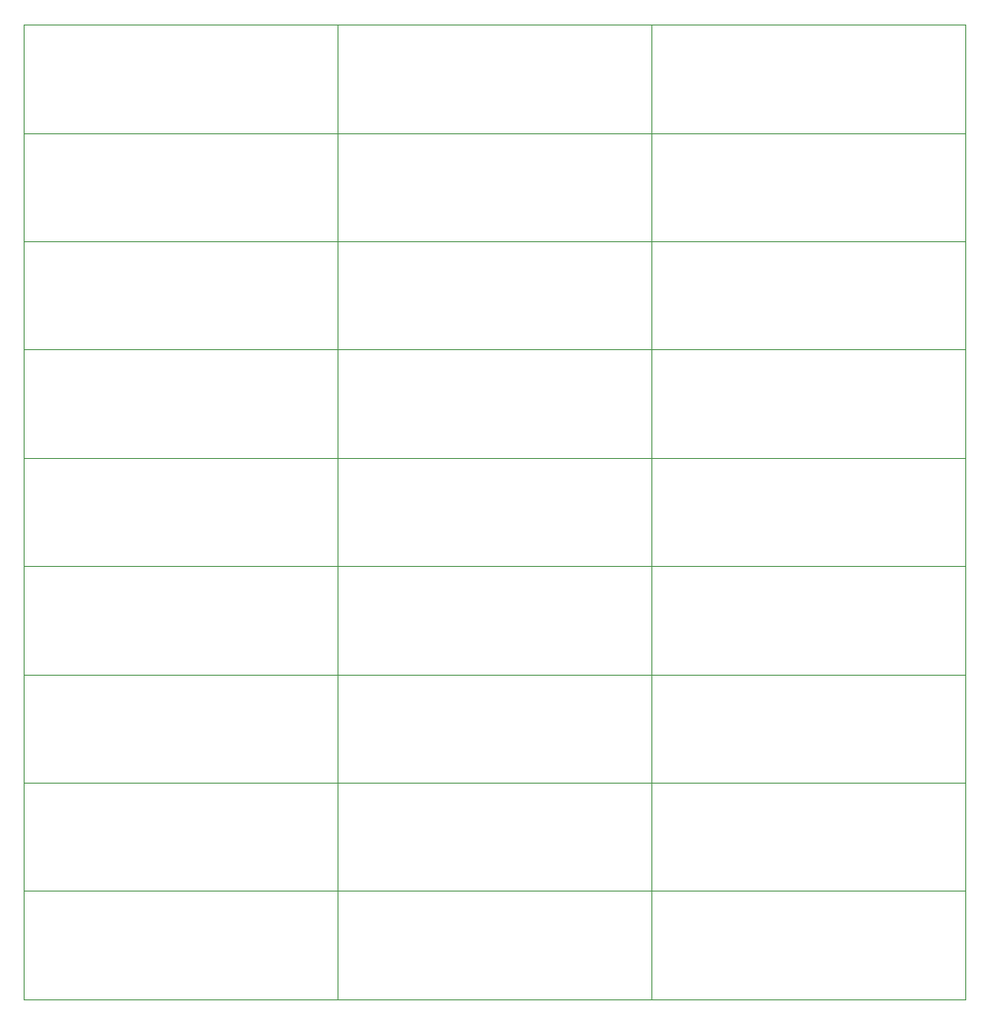
<source format=gbr>
G04 #@! TF.GenerationSoftware,KiCad,Pcbnew,5.99.0-unknown-r16857-c6889b00*
G04 #@! TF.CreationDate,2019-10-20T19:52:51+02:00*
G04 #@! TF.ProjectId,pulsr,70756c73-722e-46b6-9963-61645f706362,rev?*
G04 #@! TF.SameCoordinates,Original*
G04 #@! TF.FileFunction,Profile,NP*
%FSLAX46Y46*%
G04 Gerber Fmt 4.6, Leading zero omitted, Abs format (unit mm)*
G04 Created by KiCad (PCBNEW 5.99.0-unknown-r16857-c6889b00) date 2019-10-20 19:52:51*
%MOMM*%
%LPD*%
G04 APERTURE LIST*
%ADD10C,0.050000*%
G04 APERTURE END LIST*
D10*
X180850000Y-134900000D02*
X180850000Y-124450000D01*
X150550000Y-134900000D02*
X150550000Y-124450000D01*
X120250000Y-134900000D02*
X120250000Y-124450000D01*
X180850000Y-124450000D02*
X180850000Y-114000000D01*
X150550000Y-124450000D02*
X150550000Y-114000000D01*
X120250000Y-124450000D02*
X120250000Y-114000000D01*
X180850000Y-114000000D02*
X180850000Y-103550000D01*
X150550000Y-114000000D02*
X150550000Y-103550000D01*
X120250000Y-114000000D02*
X120250000Y-103550000D01*
X180850000Y-103550000D02*
X180850000Y-93100000D01*
X150550000Y-103550000D02*
X150550000Y-93100000D01*
X120250000Y-103550000D02*
X120250000Y-93100000D01*
X180850000Y-93100000D02*
X180850000Y-82650000D01*
X150550000Y-93100000D02*
X150550000Y-82650000D01*
X120250000Y-93100000D02*
X120250000Y-82650000D01*
X180850000Y-82650000D02*
X180850000Y-72200000D01*
X150550000Y-82650000D02*
X150550000Y-72200000D01*
X120250000Y-82650000D02*
X120250000Y-72200000D01*
X180850000Y-72200000D02*
X180850000Y-61750000D01*
X150550000Y-72200000D02*
X150550000Y-61750000D01*
X120250000Y-72200000D02*
X120250000Y-61750000D01*
X180850000Y-61750000D02*
X180850000Y-51300000D01*
X150550000Y-61750000D02*
X150550000Y-51300000D01*
X120250000Y-61750000D02*
X120250000Y-51300000D01*
X180850000Y-51300000D02*
X180850000Y-40850000D01*
X150550000Y-51300000D02*
X150550000Y-40850000D01*
X150550000Y-124450000D02*
X150550000Y-134900000D01*
X120250000Y-124450000D02*
X120250000Y-134900000D01*
X89950000Y-124450000D02*
X89950000Y-134900000D01*
X150550000Y-114000000D02*
X150550000Y-124450000D01*
X120250000Y-114000000D02*
X120250000Y-124450000D01*
X89950000Y-114000000D02*
X89950000Y-124450000D01*
X150550000Y-103550000D02*
X150550000Y-114000000D01*
X120250000Y-103550000D02*
X120250000Y-114000000D01*
X89950000Y-103550000D02*
X89950000Y-114000000D01*
X150550000Y-93100000D02*
X150550000Y-103550000D01*
X120250000Y-93100000D02*
X120250000Y-103550000D01*
X89950000Y-93100000D02*
X89950000Y-103550000D01*
X150550000Y-82650000D02*
X150550000Y-93100000D01*
X120250000Y-82650000D02*
X120250000Y-93100000D01*
X89950000Y-82650000D02*
X89950000Y-93100000D01*
X150550000Y-72200000D02*
X150550000Y-82650000D01*
X120250000Y-72200000D02*
X120250000Y-82650000D01*
X89950000Y-72200000D02*
X89950000Y-82650000D01*
X150550000Y-61750000D02*
X150550000Y-72200000D01*
X120250000Y-61750000D02*
X120250000Y-72200000D01*
X89950000Y-61750000D02*
X89950000Y-72200000D01*
X150550000Y-51300000D02*
X150550000Y-61750000D01*
X120250000Y-51300000D02*
X120250000Y-61750000D01*
X89950000Y-51300000D02*
X89950000Y-61750000D01*
X150550000Y-40850000D02*
X150550000Y-51300000D01*
X120250000Y-40850000D02*
X120250000Y-51300000D01*
X150550000Y-134900000D02*
X180850000Y-134900000D01*
X120250000Y-134900000D02*
X150550000Y-134900000D01*
X89950000Y-134900000D02*
X120250000Y-134900000D01*
X150550000Y-124450000D02*
X180850000Y-124450000D01*
X120250000Y-124450000D02*
X150550000Y-124450000D01*
X89950000Y-124450000D02*
X120250000Y-124450000D01*
X150550000Y-114000000D02*
X180850000Y-114000000D01*
X120250000Y-114000000D02*
X150550000Y-114000000D01*
X89950000Y-114000000D02*
X120250000Y-114000000D01*
X150550000Y-103550000D02*
X180850000Y-103550000D01*
X120250000Y-103550000D02*
X150550000Y-103550000D01*
X89950000Y-103550000D02*
X120250000Y-103550000D01*
X150550000Y-93100000D02*
X180850000Y-93100000D01*
X120250000Y-93100000D02*
X150550000Y-93100000D01*
X89950000Y-93100000D02*
X120250000Y-93100000D01*
X150550000Y-82650000D02*
X180850000Y-82650000D01*
X120250000Y-82650000D02*
X150550000Y-82650000D01*
X89950000Y-82650000D02*
X120250000Y-82650000D01*
X150550000Y-72200000D02*
X180850000Y-72200000D01*
X120250000Y-72200000D02*
X150550000Y-72200000D01*
X89950000Y-72200000D02*
X120250000Y-72200000D01*
X150550000Y-61750000D02*
X180850000Y-61750000D01*
X120250000Y-61750000D02*
X150550000Y-61750000D01*
X89950000Y-61750000D02*
X120250000Y-61750000D01*
X150550000Y-51300000D02*
X180850000Y-51300000D01*
X120250000Y-51300000D02*
X150550000Y-51300000D01*
X180850000Y-124450000D02*
X150550000Y-124450000D01*
X150550000Y-124450000D02*
X120250000Y-124450000D01*
X120250000Y-124450000D02*
X89950000Y-124450000D01*
X180850000Y-114000000D02*
X150550000Y-114000000D01*
X150550000Y-114000000D02*
X120250000Y-114000000D01*
X120250000Y-114000000D02*
X89950000Y-114000000D01*
X180850000Y-103550000D02*
X150550000Y-103550000D01*
X150550000Y-103550000D02*
X120250000Y-103550000D01*
X120250000Y-103550000D02*
X89950000Y-103550000D01*
X180850000Y-93100000D02*
X150550000Y-93100000D01*
X150550000Y-93100000D02*
X120250000Y-93100000D01*
X120250000Y-93100000D02*
X89950000Y-93100000D01*
X180850000Y-82650000D02*
X150550000Y-82650000D01*
X150550000Y-82650000D02*
X120250000Y-82650000D01*
X120250000Y-82650000D02*
X89950000Y-82650000D01*
X180850000Y-72200000D02*
X150550000Y-72200000D01*
X150550000Y-72200000D02*
X120250000Y-72200000D01*
X120250000Y-72200000D02*
X89950000Y-72200000D01*
X180850000Y-61750000D02*
X150550000Y-61750000D01*
X150550000Y-61750000D02*
X120250000Y-61750000D01*
X120250000Y-61750000D02*
X89950000Y-61750000D01*
X180850000Y-51300000D02*
X150550000Y-51300000D01*
X150550000Y-51300000D02*
X120250000Y-51300000D01*
X120250000Y-51300000D02*
X89950000Y-51300000D01*
X180850000Y-40850000D02*
X150550000Y-40850000D01*
X150550000Y-40850000D02*
X120250000Y-40850000D01*
X120250000Y-51300000D02*
X120250000Y-40850000D01*
X89950000Y-51300000D02*
X120250000Y-51300000D01*
X120250000Y-40850000D02*
X89950000Y-40850000D01*
X89950000Y-40850000D02*
X89950000Y-51300000D01*
M02*

</source>
